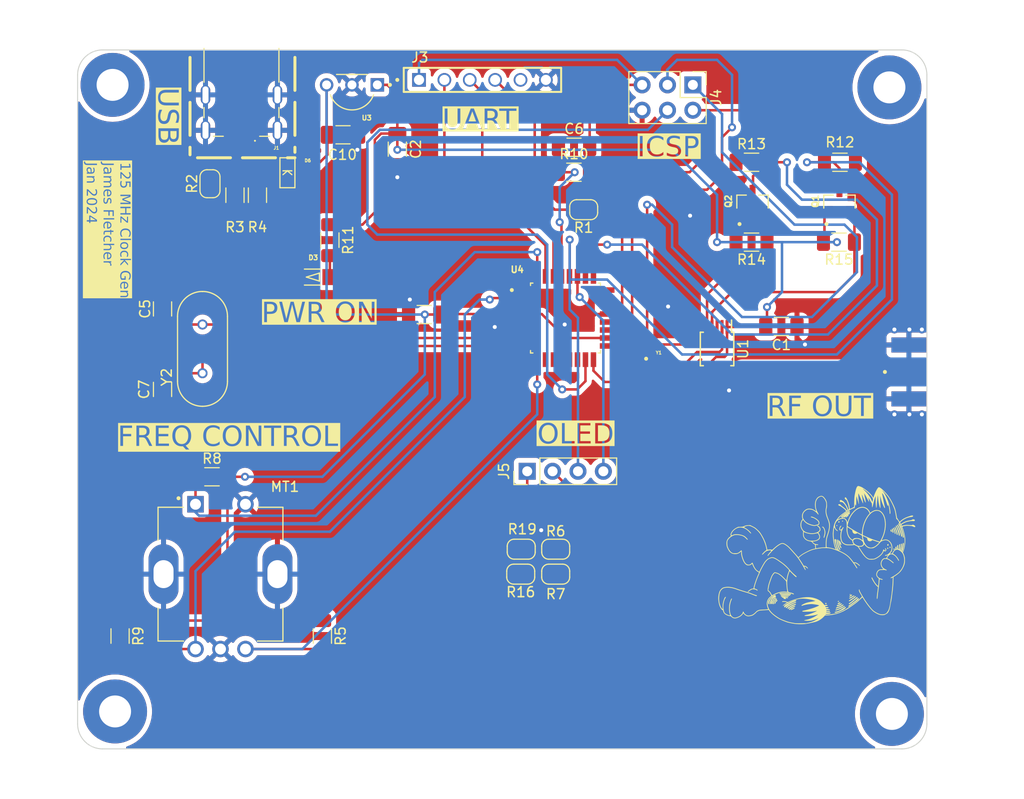
<source format=kicad_pcb>
(kicad_pcb (version 20221018) (generator pcbnew)
  (layers (0 "F.Cu" signal) (31 "B.Cu" signal) (34 "B.Paste" user) (35 "F.Paste" user) (36 "B.SilkS" user "B.Silkscreen") (37 "F.SilkS" user "F.Silkscreen") (38 "B.Mask" user) (39 "F.Mask" user) (44 "Edge.Cuts" user))
  (net 0 "")
  (net 1 "GND")
  (net 2 "VCC_3V3")
  (net 3 "USB_VBUS")
  (net 4 "Net-(U4-PB6)")
  (net 5 "Net-(U4-PC6{slash}~{RESET})")
  (net 6 "RST")
  (net 7 "Net-(U4-PB7)")
  (net 8 "Net-(D3-Pad2)")
  (net 11 "Net-(J1-ID)")
  (net 12 "/RF_OUT1")
  (net 13 "FT232_RXD")
  (net 14 "FT232_TXD")
  (net 15 "Net-(J3-Pad04)")
  (net 17 "MISO")
  (net 18 "SCK")
  (net 19 "MOSI")
  (net 20 "Net-(J5-Pin_1)")
  (net 21 "Net-(J5-Pin_2)")
  (net 22 "MCU_SCL")
  (net 23 "MCU_SDA")
  (net 24 "PD2")
  (net 25 "PD4")
  (net 26 "PD5")
  (net 27 "3V3_SCL")
  (net 28 "3V3_SDA")
  (net 29 "Net-(U1-XA)")
  (net 30 "Net-(U1-XB)")
  (footprint "MountingHole:MountingHole_3.2mm_M3_Pad" (layer "F.Cu") (at 181.5 121.5)
    (fp_text reference "REF**" hide)
    (fp_text value "MountingHole_3.2mm_M3_Pad")
  )
  (footprint "MyLibrary:TO92254P480H8703" (layer "F.Cu") (at 127.46 58.5 180)
    (fp_text reference "U3")
    (fp_text value "AP7381-50V-A")
  )
  (footprint "Resistor_SMD:R_1206_3216Metric_Pad1.30x1.75mm_HandSolder" (layer "F.Cu") (at 176.3 66.25 180)
    (fp_text reference "R12")
    (fp_text value "10K")
  )
  (footprint "Resistor_SMD:R_1206_3216Metric_Pad1.30x1.75mm_HandSolder" (layer "F.Cu") (at 124.5 113.7 -90)
    (fp_text reference "R5")
    (fp_text value "10K")
  )
  (footprint "MyLibrary:SOT95P240X111-3N" (layer "F.Cu") (at 167.55 70.19 90)
    (fp_text reference "Q2")
    (fp_text value "BSS138")
  )
  (footprint "MyLibrary:SOD-523" (layer "F.Cu") (at 121 67.3)
    (fp_text reference "D6")
    (fp_text value "ESD5Z6.0T1G")
  )
  (footprint "MyLibrary:SAMTEC_SSQ-106-01-T-S" (layer "F.Cu") (at 140.52 58)
    (fp_text reference "J3")
    (fp_text value "SSQ-106-01-T-S")
  )
  (footprint "Capacitor_SMD:C_1206_3216Metric_Pad1.33x1.80mm_HandSolder" (layer "F.Cu") (at 126.5625 63.5)
    (fp_text reference "C10")
    (fp_text value "1uF")
  )
  (footprint "Resistor_SMD:R_1206_3216Metric_Pad1.30x1.75mm_HandSolder" (layer "F.Cu") (at 167.45 66.25)
    (fp_text reference "R13")
    (fp_text value "10K")
  )
  (footprint "Resistor_SMD:R_1206_3216Metric_Pad1.30x1.75mm_HandSolder" (layer "F.Cu") (at 104.25 113.7 -90)
    (fp_text reference "R9")
    (fp_text value "10K")
  )
  (footprint "MountingHole:MountingHole_3.2mm_M3_Pad" (layer "F.Cu") (at 103.75 121.25)
    (fp_text reference "REF**" hide)
    (fp_text value "MountingHole_3.2mm_M3_Pad")
  )
  (footprint "Capacitor_SMD:C_1206_3216Metric_Pad1.33x1.80mm_HandSolder" (layer "F.Cu") (at 108.5 89 90)
    (fp_text reference "C7")
    (fp_text value "18pF")
  )
  (footprint "Connector_PinHeader_2.54mm:PinHeader_1x04_P2.54mm_Vertical" (layer "F.Cu") (at 145 97.2 90)
    (fp_text reference "J5")
    (fp_text value "Conn_01x04_Pin")
  )
  (footprint "MyLibrary:RFSOLUTIONS_CON-SMA-EDGE-S" (layer "F.Cu") (at 183.2 87.25 180)
    (fp_text reference "J2" hide)
    (fp_text value "CON-SMA-EDGE-S" hide)
  )
  (footprint "Jumper:SolderJumper-2_P1.3mm_Open_RoundedPad1.0x1.5mm" (layer "F.Cu") (at 150.65 71 180)
    (fp_text reference "R1")
    (fp_text value "0R Link")
  )
  (footprint "Package_SO:MSOP-10_3x3mm_P0.5mm" (layer "F.Cu") (at 164 84.95 -90)
    (fp_text reference "U1")
    (fp_text value "Si5351A-B-GT")
  )
  (footprint "MyLibrary:QFP80P900X900X120-32N" (layer "F.Cu") (at 148.83 81.85)
    (fp_text reference "U4")
    (fp_text value "ATMEGA328PB-AUR")
  )
  (footprint "Resistor_SMD:R_1206_3216Metric_Pad1.30x1.75mm_HandSolder" (layer "F.Cu") (at 113.45 97.75)
    (fp_text reference "R8")
    (fp_text value "10K")
  )
  (footprint "Resistor_SMD:R_1206_3216Metric_Pad1.30x1.75mm_HandSolder" (layer "F.Cu") (at 125.25 74.05 -90)
    (fp_text reference "R11")
    (fp_text value "1K")
  )
  (footprint "MyLibrary:garfs" (layer "F.Cu") (at 173.75 106)
    (fp_text reference "G***" hide)
    (fp_text value "LOGO" hide)
  )
  (footprint "MyLibrary:CUIDEVICES_UJ2-MIBH-4-SMT-TR" (layer "F.Cu") (at 116.4 57.75 180)
    (fp_text reference "J1")
    (fp_text value "UJ2-MIBH-4-SMT-TR")
  )
  (footprint "Resistor_SMD:R_1206_3216Metric_Pad1.30x1.75mm_HandSolder" (layer "F.Cu") (at 115.75 69.55 -90)
    (fp_text reference "R3")
    (fp_text value "10K")
  )
  (footprint "Resistor_SMD:R_1206_3216Metric_Pad1.30x1.75mm_HandSolder" (layer "F.Cu") (at 118 69.55 -90)
    (fp_text reference "R4")
    (fp_text value "10K")
  )
  (footprint "MountingHole:MountingHole_3.2mm_M3_Pad" (layer "F.Cu") (at 181.25 58.75)
    (fp_text reference "REF**" hide)
    (fp_text value "MountingHole_3.2mm_M3_Pad")
  )
  (footprint "MyLibrary:SOT95P240X111-3N" (layer "F.Cu") (at 176.25 70.19 90)
    (fp_text reference "Q1")
    (fp_text value "BSS138")
  )
  (footprint "MountingHole:MountingHole_3.2mm_M3_Pad" (layer "F.Cu") (at 103.5 58.5)
    (fp_text reference "REF**" hide)
    (fp_text value "MountingHole_3.2mm_M3_Pad")
  )
  (footprint "MyLibrary:XTAL_HC49P488W46L1150T500H350" (layer "F.Cu") (at 112.5 84.94 90)
    (fp_text reference "Y2")
    (fp_text value "ABL-16.000MHz-B4Y-T")
  )
  (footprint "MyLibrary:OSC_XRCGB25M000F2P00R0" (layer "F.Cu") (at 158.25 86.925)
    (fp_text reference "Y1")
    (fp_text value "XRCGB25M000F2P00R0")
  )
  (footprint "Jumper:SolderJumper-2_P1.3mm_Open_RoundedPad1.0x1.5mm" (layer "F.Cu") (at 144.35 107.5 180)
    (fp_text reference "R16")
    (fp_text value "0R Link")
  )
  (footprint "Capacitor_SMD:C_1206_3216Metric_Pad1.33x1.80mm_HandSolder" (layer "F.Cu") (at 170.4375 82.7 180)
    (fp_text reference "C1")
    (fp_text value "100n")
  )
  (footprint "MyLibrary:XDCR_PEC11R-4215F-S0024" (layer "F.Cu") (at 114.3 107.5)
    (fp_text reference "MT1")
    (fp_text value "PEC11R-4215F-S0024")
  )
  (footprint "Jumper:SolderJumper-2_P1.3mm_Open_RoundedPad1.0x1.5mm" (layer "F.Cu") (at 113.25 68.4 90)
    (fp_text reference "R2")
    (fp_text value "0R Link")
  )
  (footprint "Connector_PinHeader_2.54mm:PinHeader_2x03_P2.54mm_Vertical" (layer "F.Cu") (at 161.58 58.5 -90)
    (fp_text reference "J4")
    (fp_text value "1761681-1")
  )
  (footprint "Capacitor_SMD:C_1206_3216Metric_Pad1.33x1.80mm_HandSolder" (layer "F.Cu") (at 132 64.9375 -90)
    (fp_text reference "C2")
    (fp_text value "1uF")
  )
  (footprint "Resistor_SMD:R_1206_3216Metric_Pad1.30x1.75mm_HandSolder" (layer "F.Cu") (at 149.675 67.25)
    (fp_text reference "R10")
    (fp_text value "10K")
  )
  (footprint "Capacitor_SMD:C_1206_3216Metric_Pad1.33x1.80mm_HandSolder" (layer "F.Cu") (at 134.6875 81.5 180)
    (fp_text reference "C8" hide)
    (fp_text value "100n")
  )
  (footprint "MyLibrary:WL-SMRW-1206-RECT" (layer "F.Cu") (at 123.5 77.75)
    (fp_text reference "D3")
    (fp_text value "WL-SMRW Red Wurth")
  )
  (footprint "Jumper:SolderJumper-2_P1.3mm_Open_RoundedPad1.0x1.5mm" (layer "F.Cu") (at 147.85 105)
    (fp_text reference "R6")
    (fp_text value "0R Link")
  )
  (footprint "Resistor_SMD:R_1206_3216Metric_Pad1.30x1.75mm_HandSolder" (layer "F.Cu") (at 167.45 74.25)
    (fp_text reference "R14")
    (fp_text value "10K")
  )
  (footprint "Capacitor_SMD:C_1206_3216Metric_Pad1.33x1.80mm_HandSolder" (layer "F.Cu") (at 149.6875 64.75)
    (fp_text reference "C6")
    (fp_text value "100n")
  )
  (footprint "Resistor_SMD:R_1206_3216Metric_Pad1.30x1.75mm_HandSolder" (layer "F.Cu") (at 176.2 74.25)
    (fp_text reference "R15")
    (fp_text value "10K")
  )
  (footprint "Capacitor_SMD:C_1206_3216Metric_Pad1.33x1.80mm_HandSolder" (layer "F.Cu") (at 108.5 80.9375 -90)
    (fp_text reference "C5")
    (fp_text value "18pF")
  )
  (footprint "Jumper:SolderJumper-2_P1.3mm_Open_RoundedPad1.0x1.5mm" (layer "F.Cu") (at 147.85 107.5)
    (fp_text reference "R7")
    (fp_text value "0R Link")
  )
  (footprint "Jumper:SolderJumper-2_P1.3mm_Open_RoundedPad1.0x1.5mm" (layer "F.Cu") (at 144.4 105)
    (fp_text reference "R19")
    (fp_text value "0R Link")
  )
  (gr_line (start 121.75 55.75) (end 121.75 65.25) (stroke (width 0.3) (type dash)) (layer "F.SilkS"))
  (gr_line (start 111.25 55.75) (end 111.25 65.5) (stroke (width 0.3) (type dash)) (layer "F.SilkS"))
  (gr_line (start 112 65.8) (end 121.75 65.8) (stroke (width 0.3) (type dash)) (layer "F.SilkS"))
  (gr_line (start 102.5 125) (end 182.5 125) (stroke (width 0.1)) (layer "Edge.Cuts"))
  (gr_arc (start 100 57.5) (mid 100.732233 55.732233) (end 102.5 55) (stroke (width 0.1)) (layer "Edge.Cuts"))
  (gr_arc (start 185 122.5) (mid 184.267767 124.267767) (end 182.5 125) (stroke (width 0.1)) (layer "Edge.Cuts"))
  (gr_line (start 185 122.5) (end 185 57.5) (stroke (width 0.1)) (layer "Edge.Cuts"))
  (gr_line (start 182.5 55) (end 102.5 55) (stroke (width 0.1)) (layer "Edge.Cuts"))
  (gr_arc (start 102.5 125) (mid 100.732233 124.267767) (end 100 122.5) (stroke (width 0.1)) (layer "Edge.Cuts"))
  (gr_line (start 100 57.5) (end 100 122.5) (stroke (width 0.1)) (layer "Edge.Cuts"))
  (gr_arc (start 182.5 55) (mid 184.267767 55.732233) (end 185 57.5) (stroke (width 0.1)) (layer "Edge.Cuts"))
  (gr_text "125 MHz Clock Gen\nJames Fletcher\nJan 2024" (at 100.75 66.25 270) (layer "F.SilkS" knockout) (effects (font (size 1 1)) (justify left bottom)))
  (gr_text "PWR ON" (at 118.4 82.6) (layer "F.SilkS" knockout) (effects (font (size 2 2)) (justify left bottom)))
  (gr_text "OLED" (at 146 94.75) (layer "F.SilkS" knockout) (effects (font (size 2 2)) (justify left bottom)))
  (gr_text "UART" (at 136.5 63.25) (layer "F.SilkS" knockout) (effects (font (size 2 2)) (justify left bottom)))
  (gr_text "USB " (at 107.75 58.75 -90) (layer "F.SilkS" knockout) (effects (font (size 2 2)) (justify left bottom)))
  (gr_text "FREQ CONTROL" (at 104 95) (layer "F.SilkS" knockout) (effects (font (size 2 2)) (justify left bottom)))
  (gr_text "ICSP" (at 156 66) (layer "F.SilkS" knockout) (effects (font (size 2 2)) (justify left bottom)))
  (gr_text "RF OUT" (at 169 92) (layer "F.SilkS" knockout) (effects (font (size 2 2)) (justify left bottom)))
  (segment (start 172 83.7) (end 172.8 84.5) (width 0.25) (layer "F.Cu") (net 1))
  (segment (start 142.25 82.25) (end 141.75 82.75) (width 0.25) (layer "F.Cu") (net 1))
  (segment (start 164.6 89.1) (end 164 88.5) (width 0.25) (layer "F.Cu") (net 1))
  (segment (start 165.2 89.1) (end 164.6 89.1) (width 0.25) (layer "F.Cu") (net 1))
  (segment (start 153 81.45) (end 149.8 81.45) (width 0.25) (layer "F.Cu") (net 1))
  (segment (start 149.8 81.45) (end 148.75 82.5) (width 0.25) (layer "F.Cu") (net 1))
  (segment (start 164 88.5) (end 164 87.15) (width 0.25) (layer "F.Cu") (net 1))
  (segment (start 172 82.7) (end 172 83.7) (width 0.25) (layer "F.Cu") (net 1))
  (segment (start 144.66 82.25) (end 142.25 82.25) (width 0.25) (layer "F.Cu") (net 1))
  (via (at 159.1 80.7) (size 0.8) (drill 0.4) (layers "F.Cu" "B.Cu") (net 1))
  (via (at 184.5 83) (size 0.8) (drill 0.4) (layers "F.Cu" "B.Cu") (net 1))
  (via (at 128 65) (size 0.8) (drill 0.4) (layers "F.Cu" "B.Cu") (net 1))
  (via (at 146.4 103.1) (size 0.8) (drill 0.4) (layers "F.Cu" "B.Cu") (net 1))
  (via (at 172.8 84.5) (size 0.8) (drill 0.4) (layers "F.Cu" "B.Cu") (net 1))
  (via (at 181.75 91.5) (size 0.8) (drill 0.4) (layers "F.Cu" "B.Cu") (net 1))
  (via (at 141.75 82.75) (size 0.8) (drill 0.4) (layers "F.Cu" "B.Cu") (net 1))
  (via (at 183.25 83) (size 0.8) (drill 0.4) (layers "F.Cu" "B.Cu") (net 1))
  (via (at 165.2 89.1) (size 0.8) (drill 0.4) (layers "F.Cu" "B.Cu") (net 1))
  (via (at 184.5 91.5) (size 0.8) (drill 0.4) (layers "F.Cu" "B.Cu") (net 1))
  (via (at 133.25 80) (size 0.8) (drill 0.4) (layers "F.Cu" "B.Cu") (net 1))
  (via (at 148.75 82.5) (size 0.8) (drill 0.4) (layers "F.Cu" "B.Cu") (net 1))
  (via (at 132 67.75) (size 0.8) (drill 0.4) (layers "F.Cu" "B.Cu") (net 1))
  (via (at 183.25 91.5) (size 0.8) (drill 0.4) (layers "F.Cu" "B.Cu") (net 1))
  (via (at 161.3 71.6) (size 0.8) (drill 0.4) (layers "F.Cu" "B.Cu") (net 1))
  (via (at 181.75 83) (size 0.8) (drill 0.4) (layers "F.Cu" "B.Cu") (net 1))
  (segment (start 163.9 85.75) (end 164.75 85.75) (width 0.25) (layer "F.Cu") (net 2))
  (segment (start 165 85.5) (end 165 82.75) (width 0.25) (layer "F.Cu") (net 2))
  (segment (start 130.375 63.375) (end 129.75 64) (width 0.25) (layer "F.Cu") (net 2))
  (segment (start 164 74.25) (end 165.9 74.25) (width 0.25) (layer "F.Cu") (net 2))
  (segment (start 132 63.375) (end 130.375 63.375) (width 0.25) (layer "F.Cu") (net 2))
  (segment (start 168.825 82.75) (end 165 82.75) (width 0.25) (layer "F.Cu") (net 2))
  (segment (start 132 59.5) (end 132 63.375) (width 0.25) (layer "F.Cu") (net 2))
  (segment (start 163.5 87.15) (end 163.5 86.15) (width 0.25) (layer "F.Cu") (net 2))
  (segment (start 147.2 108.7) (end 147.2 107.5) (width 0.25) (layer "F.Cu") (net 2))
  (segment (start 164.75 85.75) (end 165 85.5) (width 0.25) (layer "F.Cu") (net 2))
  (segment (start 163.5 87.15) (end 163.5 88.3) (width 0.25) (layer "F.Cu") (net 2))
  (segment (start 166.6 71.25) (end 166 71.85) (width 0.25) (layer "F.Cu") (net 2))
  (segment (start 175.3 71.25) (end 174.75 71.8) (width 0.25) (layer "F.Cu") (net 2))
  (segment (start 163.5 88.3) (end 162.4 89.4) (width 0.25) (layer "F.Cu") (net 2))
  (segment (start 166 74.15) (end 165.9 74.25) (width 0.25) (layer "F.Cu") (net 2))
  (segment (start 148.5 110) (end 147.2 108.7) (width 0.25) (layer "F.Cu") (net 2))
  (segment (start 169 80.75) (end 169 82.575) (width 0.25) (layer "F.Cu") (net 2))
  (segment (start 174.65 74.25) (end 176 74.25) (width 0.25) (layer "F.Cu") (net 2))
  (segment (start 129.75 71.25) (end 128.5 72.5) (width 0.25) (layer "F.Cu") (net 2))
  (segment (start 159.75 110) (end 148.5 110) (width 0.25) (layer "F.Cu") (net 2))
  (segment (start 169 82.575) (end 168.875 82.7) (width 0.25) (layer "F.Cu") (net 2))
  (segment (start 145 107.5) (end 147.2 107.5) (width 0.25) (layer "F.Cu") (net 2))
  (segment (start 131 58.5) (end 132 59.5) (width 0.25) (layer "F.Cu") (net 2))
  (segment (start 132 63.375) (end 132 65) (width 0.25) (layer "F.Cu") (net 2))
  (segment (start 163.5 86.15) (end 163.9 85.75) (width 0.25) (layer "F.Cu") (net 2))
  (segment (start 174.75 71.8) (end 174.75 74.15) (width 0.25) (layer "F.Cu") (net 2))
  (segment (start 174.75 74.15) (end 174.65 74.25) (width 0.25) (layer "F.Cu") (net 2))
  (segment (start 162.4 107.35) (end 159.75 110) (width 0.25) (layer "F.Cu") (net 2))
  (segment (start 130 58.5) (end 131 58.5) (width 0.25) (layer "F.Cu") (net 2))
  (segment (start 162.4 89.4) (end 162.4 107.35) (width 0.25) (layer "F.Cu") (net 2))
  (segment (start 168.875 82.7) (end 168.825 82.75) (width 0.25) (layer "F.Cu") (net 2))
  (segment (start 166 71.85) (end 166 74.15) (width 0.25) (layer "F.Cu") (net 2))
  (segment (start 128.5 72.5) (end 125.25 72.5) (width 0.25) (layer "F.Cu") (net 2))
  (segment (start 129.75 64) (end 129.75 71.25) (width 0.25) (layer "F.Cu") (net 2))
  (via (at 164 74.25) (size 0.8) (drill 0.4) (layers "F.Cu" "B.Cu") (net 2))
  (via (at 132 65) (size 0.8) (drill 0.4) (layers "F.Cu" "B.Cu") (net 2))
  (via (at 176 74.25) (size 0.8) (drill 0.4) (layers "F.Cu" "B.Cu") (net 2))
  (via (at 169 80.75) (size 0.8) (drill 0.4) (layers "F.Cu" "B.Cu") (net 2))
  (segment (start 169 80.75) (end 170.5 79.25) (width 0.25) (layer "B.Cu") (net 2))
  (segment (start 159.5 65) (end 164 69.5) (width 0.25) (layer "B.Cu") (net 2))
  (segment (start 176 74.25) (end 168.25 74.25) (width 0.25) (layer "B.Cu") (net 2))
  (segment (start 132 65) (end 159.5 65) (width 0.25) (layer "B.Cu") (net 2))
  (segment (start 170.5 74.25) (end 168.25 74.25) (width 0.25) (layer "B.Cu") (net 2))
  (segment (start 168.25 74.25) (end 164 74.25) (width 0.25) (layer "B.Cu") (net 2))
  (segment (start 164 69.5) (end 164 74.25) (width 0.25) (layer "B.Cu") (net 2))
  (segment (start 170.5 79.25) (end 170.5 74.25) (width 0.25) (layer "B.Cu") (net 2))
  (segment (start 154.5 83.5) (end 154.5 73) (width 0.25) (layer "F.Cu") (net 3))
  (segment (start 125 65.5) (end 125 63.5) (width 0.25) (layer "F.Cu") (net 3))
  (segment (start 165.9 64.35) (end 165.9 66.25) (width 0.25) (layer "F.Cu") (net 3))
  (segment (start 161.25 67.25) (end 163 65.5) (width 0.25) (layer "F.Cu") (net 3))
  (segment (start 172 61.25) (end 171.79 61.04) (width 0.25) (layer "F.Cu") (net 3))
  (segment (start 125 63.5) (end 124.92 63.42) (width 0.25) (layer "F.Cu") (net 3))
  (segment (start 163 65.5) (end 163 61.04) (width 0.25) (layer "F.Cu") (net 3))
  (segment (start 176.75 63.25) (end 172 63.25) (width 0.25) (layer "F.Cu") (net 3))
  (segment (start 151.3 67.325) (end 151.225 67.25) (width 0.25) (layer "F.Cu") (net 3))
  (segment (start 117.7 65.2) (end 119 66.5) (width 0.25) (layer "F.Cu") (net 3))
  (segment (start 171.79 61.04) (end 163 61.04) (width 0.25) (layer "F.Cu") (net 3))
  (segment (start 153 83.85) (end 154.15 83.85) (width 0.25) (layer "F.Cu") (net 3))
  (segment (start 115 112.15) (end 124.5 112.15) (width 0.25) (layer "F.Cu") (net 3))
  (segment (start 144.66 81.45) (end 136.3 81.45) (width 0.25) (layer "F.Cu") (net 3))
  (segment (start 124.92 63.42) (end 124.92 58.5) (width 0.25) (layer "F.Cu") (net 3))
  (segment (start 146.45 81.45) (end 144.66 81.45) (width 0.25) (layer "F.Cu") (net 3))
  (segment (start 115 97.75) (end 116.75 97.75) (width 0.25) (layer "F.Cu") (net 3))
  (segment (start 117.7 62.7) (end 117.7 65.2) (width 0.25) (layer "F.Cu") (net 3))
  (segment (start 172 63.25) (end 172 61.25) (width 0.25) (layer "F.Cu") (net 3))
  (segment (start 172 63.25) (end 167 63.25) (width 0.25) (layer "F.Cu") (net 3))
  (segment (start 119 66.5) (end 121 66.5) (width 0.25) (layer "F.Cu") (net 3))
  (segment (start 121 66.5) (end 124 66.5) (width 0.25) (layer "F.Cu") (net 3))
  (segment (start 154.5 73) (end 152.5 71) (width 0.25) (layer "F.Cu") (net 3))
  (segment (start 134.75 81.5) (end 136.25 81.5) (width 0.25) (layer "F.Cu") (net 3))
  (segment (start 151.225 67.25) (end 161.25 67.25) (width 0.25) (layer "F.Cu") (net 3))
  (segment (start 177.85 66.25) (end 177.85 64.35) (width 0.25) (layer "F.Cu") (net 3))
  (segment (start 104.25 112.15) (end 115 112.15) (width 0.25) (layer "F.Cu") (net 3))
  (segment (start 136.3 81.45) (end 136.25 81.5) (width 0.25) (layer "F.Cu") (net 3))
  (segment (start 167 63.25) (end 165.9 64.35) (width 0.25) (layer "F.Cu") (net 3))
  (segment (start 124 66.5) (end 125 65.5) (width 0.25) (layer "F.Cu") (net 3))
  (segment (start 115 97.75) (end 115 112.15) (width 0.25) (layer "F.Cu") (net 3))
  (segment (start 148.85 83.85) (end 146.45 81.45) (width 0.25) (layer "F.Cu") (net 3))
  (segment (start 154.15 83.85) (end 154.5 83.5) (width 0.25) (layer "F.Cu") (net 3))
  (segment (start 177.85 64.35) (end 176.75 63.25) (width 0.25) (layer "F.Cu") (net 3))
  (segment (start 163 61.04) (end 161.58 61.04) (width 0.25) (layer "F.Cu") (net 3))
  (segment (start 153 83.85) (end 148.85 83.85) (width 0.25) (layer "F.Cu") (net 3))
  (segment (start 151.3 71) (end 151.3 67.325) (width 0.25) (layer "F.Cu") (net 3))
  (segment (start 152.5 71) (end 151.3 71) (width 0.25) (layer "F.Cu") (net 3))
  (via (at 116.75 97.75) (size 0.8) (drill 0.4) (layers "F.Cu" "B.Cu") (net 3))
  (via (at 134.75 81.5) (size 0.8) (drill 0.4) (layers "F.Cu" "B.Cu") (net 3))
  (segment (start 124.92 80.67) (end 125.75 81.5) (width 0.25) (layer "B.Cu") (net 3))
  (segment (start 125.75 81.5) (end 134.75 81.5) (width 0.25) (layer "B.Cu") (net 3))
  (segment (start 134.75 87.5) (end 124.5 97.75) (width 0.25) (layer "B.Cu") (net 3))
  (segment (start 134.75 81.5) (end 134.75 87.5) (width 0.25) (layer "B.Cu") (net 3))
  (segment (start 124.92 58.5) (end 124.92 80.67) (width 0.25) (layer "B.Cu") (net 3))
  (segment (start 124.5 97.75) (end 116.75 97.75) (width 0.25) (layer "B.Cu") (net 3))
  (segment (start 112.5 82.5) (end 108.5 82.5) (width 0.25) (layer "F.Cu") (net 4))
  (segment (start 117 82.5) (end 118.35 83.85) (width 0.25) (layer "F.Cu") (net 4))
  (segment (start 118.35 83.85) (end 144.66 83.85) (width 0.25) (layer "F.Cu") (net 4))
  (segment (start 112.5 82.5) (end 117 82.5) (width 0.25) (layer "F.Cu") (net 4))
  (segment (start 148.25 72.25) (end 148.43 72.43) (width 0.25) (layer "F.Cu") (net 5))
  (segment (start 148.125 67.25) (end 149.75 67.25) (width 0.25) (layer "F.Cu") (net 5))
  (segment (start 148.43 72.43) (end 148.43 77.68) (width 0.25) (layer "F.Cu") (net 5))
  (segment (start 148.125 67.25) (end 148.125 64.75) (width 0.25) (layer "F.Cu") (net 5))
  (via (at 149.75 67.25) (size 0.8) (drill 0.4) (layers "F.Cu" "B.Cu") (net 5))
  (via (at 148.25 72.25) (size 0.8) (drill 0.4) (layers "F.Cu" "B.Cu") (net 5))
  (segment (start 148.25 68.75) (end 149.75 67.25) (width 0.25) (layer "B.Cu") (net 5))
  (segment (start 148.25 72.25) (end 148.25 68.75) (width 0.25) (layer "B.Cu") (net 5))
  (segment (start 151.25 59.5) (end 151.25 64.75) (width 0.25) (layer "F.Cu") (net 6))
  (segment (start 156.5 58.5) (end 152.25 58.5) (width 0.25) (layer "F.Cu") (net 6))
  (segment (start 152.25 58.5) (end 151.25 59.5) (width 0.25) (layer "F.Cu") (net 6))
  (segment (start 134.17 58) (end 134.17 56.33) (width 0.25) (layer "B.Cu") (net 6))
  (segment (start 134.17 56.33) (end 134.5 56) (width 0.25) (layer "B.Cu") (net 6))
  (segment (start 154 56) (end 156.5 58.5) (width 0.25) (layer "B.Cu") (net 6))
  (segment (start 134.5 56) (end 154 56) (width 0.25) (layer "B.Cu") (net 6))
  (segment (start 108.5575 87.38) (end 108.5 87.4375) (width 0.25) (layer "F.Cu") (net 7))
  (segment (start 117.25 85.75) (end 118.35 84.65) (width 0.25) (layer "F.Cu") (net 7))
  (segment (start 112.5 86.25) (end 113 85.75) (width 0.25) (layer "F.Cu") (net 7))
  (segment (start 112.5 87.38) (end 112.5 86.25) (width 0.25) (layer "F.Cu") (net 7))
  (segment (start 112.5 87.38) (end 108.5575 87.38) (width 0.25) (layer "F.Cu") (net 7))
  (segment (start 118.35 84.65) (end 144.66 84.65) (width 0.25) (layer "F.Cu") (net 7))
  (segment (start 113 85.75) (end 117.25 85.75) (width 0.25) (layer "F.Cu") (net 7))
  (segment (start 125.25 77.75) (end 125.25 75.6) (width 0.25) (layer "F.Cu") (net 8))
  (segment (start 115.5 67.75) (end 115.75 68) (width 0.25) (layer "F.Cu") (net 11))
  (segment (start 118 68) (end 115.75 68) (width 0.25) (layer "F.Cu") (net 11))
  (segment (start 115.75 62.7) (end 115.75 68) (width 0.25) (layer "F.Cu") (net 11))
  (segment (start 113.25 67.75) (end 115.5 67.75) (width 0.25) (layer "F.Cu") (net 11))
  (segment (start 165 87.15) (end 166.45 87.15) (width 0.25) (layer "F.Cu") (net 12))
  (segment (start 166.45 87.15) (end 166.55 87.25) (width 0.25) (layer "F.Cu") (net 12))
  (segment (start 183.25 87.25) (end 166.55 87.25) (width 1.5) (layer "F.Cu") (net 12))
  (segment (start 146.83 74.58) (end 139.5 67.25) (width 0.25) (layer "F.Cu") (net 13))
  (segment (start 138 67.25) (end 136.71 65.96) (width 0.25) (layer "F.Cu") (net 13))
  (segment (start 136.71 65.96) (end 136.71 58) (width 0.25) (layer "F.Cu") (net 13))
  (segment (start 139.5 67.25) (end 138 67.25) (width 0.25) (layer "F.Cu") (net 13))
  (segment (start 146.83 77.68) (end 146.83 74.58) (width 0.25) (layer "F.Cu") (net 13))
  (segment (start 140.5 59.25) (end 140.5 66.75) (width 0.25) (layer "F.Cu") (net 14))
  (segment (start 140.5 66.75) (end 147.63 73.88) (width 0.25) (layer "F.Cu") (net 14))
  (segment (start 147.63 73.88) (end 147.63 77.68) (width 0.25) (layer "F.Cu") (net 14))
  (segment (start 139.25 58) (end 140.5 59.25) (width 0.25) (layer "F.Cu") (net 14))
  (segment (start 145.75 60.75) (end 144.5 59.5) (width 0.25) (layer "F.Cu") (net 15))
  (segment (start 143.29 59.5) (end 141.79 58) (width 0.25) (layer "F.Cu") (net 15))
  (segment (start 147.75 71) (end 145.75 69) (width 0.25) (layer "F.Cu") (net 15))
  (segment (start 150 71) (end 147.75 71) (width 0.25) (layer "F.Cu") (net 15))
  (segment (start 144.5 59.5) (end 143.29 59.5) (width 0.25) (layer "F.Cu") (net 15))
  (segment (start 145.75 69) (end 145.75 60.75) (width 0.25) (layer "F.Cu") (net 15))
  (segment (start 152.75 88.25) (end 155 88.25) (width 0.25) (layer "F.Cu") (net 17))
  (segment (start 151.63 86.02) (end 151.63 87.13) (width 0.25) (layer "F.Cu") (net 17))
  (segment (start 155.75 85.75) (end 157 84.5) (width 0.25) (layer "F.Cu") (net 17))
  (segment (start 151.63 87.13) (end 152.75 88.25) (width 0.25) (layer "F.Cu") (net 17))
  (segment (start 155 88.25) (end 155.75 87.5) (width 0.25) (layer "F.Cu") (net 17))
  (segment (start 157 84.5) (end 157 70.5) (width 0.25) (layer "F.Cu") (net 17))
  (segment (start 155.75 87.5) (end 155.75 85.75) (width 0.25) (layer "F.Cu") (net 17))
  (via (at 157 70.5) (size 0.8) (drill 0.4) (layers "F.Cu" "B.Cu") (net 17))
  (segment (start 173.5 81.75) (end 166.5 81.75) (width 0.25) (layer "B.Cu") (net 17))
  (segment (start 176.75 72.5) (end 178 73.75) (width 0.25) (layer "B.Cu") (net 17))
  (segment (start 159.5 72.5) (end 157.5 70.5) (width 0.25) (layer "B.Cu") (net 17))
  (segment (start 178 73.75) (end 178 77.25) (width 0.25) (layer "B.Cu") (net 17))
  (segment (start 171.75 72.5) (end 176.75 72.5) (width 0.25) (layer "B.Cu") (net 17))
  (segment (start 164.5 65.25) (end 171.75 72.5) (width 0.25) (layer "B.Cu") (net 17))
  (segment (start 157.5 70.5) (end 157 70.5) (width 0.25) (layer "B.Cu") (net 17))
  (segment (start 161.58 58.5) (end 164.5 61.42) (width 0.25) (layer "B.Cu") (net 17))
  (segment (start 178 77.25) (end 173.5 81.75) (width 0.25) (layer "B.Cu") (net 17))
  (segment (start 166.5 81.75) (end 159.5 74.75) (width 0.25) (layer "B.Cu") (net 17))
  (segment (start 164.5 61.42) (end 164.5 65.25) (width 0.25) (layer "B.Cu") (net 17))
  (segment (start 159.5 74.75) (end 159.5 72.5) (width 0.25) (layer "B.Cu") (net 17))
  (segment (start 154.85 84.65) (end 153 84.65) (width 0.25) (layer "F.Cu") (net 18))
  (segment (start 165.5 62.75) (end 164.5 63.75) (width 0.25) (layer "F.Cu") (net 18))
  (segment (start 164.5 67.5) (end 163 69) (width 0.25) (layer "F.Cu") (net 18))
  (segment (start 155.5 70.5) (end 155.5 84) (width 0.25) (layer "F.Cu") (net 18))
  (segment (start 163 69) (end 157 69) (width 0.25) (layer "F.Cu") (net 18))
  (segment (start 164.5 63.75) (end 164.5 67.5) (width 0.25) (layer "F.Cu") (net 18))
  (segment (start 157 69) (end 155.5 70.5) (width 0.25) (layer "F.Cu") (net 18))
  (segment (start 155.5 84) (end 154.85 84.65) (width 0.25) (layer "F.Cu") (net 18))
  (via (at 165.5 62.75) (size 0.8) (drill 0.4) (layers "F.Cu" "B.Cu") (net 18))
  (segment (start 165.5 57.5) (end 164 56) (width 0.25) (layer "B.Cu") (net 18))
  (segment (start 165.5 62.75) (end 165.5 57.5) (width 0.25) (layer "B.Cu") (net 18))
  (segment (start 164 56) (end 160 56) (width 0.25) (layer "B.Cu") (net 18))
  (segment (start 159 57) (end 159.04 57.04) (width 0.25) (layer "B.Cu") (net 18))
  (segment (start 160 56) (end 159 57) (width 0.25) (layer "B.Cu") (net 18))
  (segment (start 159.04 57.04) (end 159.04 58.5) (width 0.25) (layer "B.Cu") (net 18))
  (segment (start 148.5 89) (end 150 89) (width 0.25) (layer "F.Cu") (net 19))
  (segment (start 150 89) (end 150.83 88.17) (width 0.25) (layer "F.Cu") (net 19))
  (segment (start 150.83 88.17) (end 150.83 86.02) (width 0.25) (layer "F.Cu") (net 19))
  (via (at 148.5 89) (size 0.8) (drill 0.4) (layers "F.Cu" "B.Cu") (net 19))
  (segment (start 130.25 63) (end 129 64.25) (width 0.25) (layer "B.Cu") (net 19))
  (segment (start 157.08 63) (end 130.25 63) (width 0.25) (layer "B.Cu") (net 19))
  (segment (start 129 72.5) (end 130 73.5) (width 0.25) (layer "B.Cu") (net 19))
  (segment (start 130 73.5) (end 146 73.5) (width 0.25) (layer "B.Cu") (net 19))
  (segment (start 159.04 61.04) (end 157.08 63) (width 0.25) (layer "B.Cu") (net 19))
  (segment (start 146 73.5) (end 147 74.5) (width 0.25) (layer "B.Cu") (net 19))
  (segment (start 129 64.25) (end 129 72.5) (width 0.25) (layer "B.Cu") (net 19))
  (segment (start 147 87.5) (end 148.5 89) (width 0.25) (layer "B.Cu") (net 19))
  (segment (start 147 74.5) (end 147 87.5) (width 0.25) (layer "B.Cu") (net 19))
  (segment (start 143.7 107.5) (end 143.7 105.05) (width 0.25) (layer "F.Cu") (net 20))
  (segment (start 145 102.5) (end 145 97.2) (width 0.25) (layer "F.Cu") (net 20))
  (segment (start 143.7 105.05) (end 143.75 105) (width 0.25) (layer "F.Cu") (net 20))
  (segment (start 143.75 103.75) (end 145 102.5) (width 0.25) (layer "F.Cu") (net 20))
  (segment (start 143.75 105) (end 143.75 103.75) (width 0.25) (layer "F.Cu") (net 20))
  (segment (start 148.5 98.16) (end 147.54 97.2) (width 0.25) (layer "F.Cu") (net 21))
  (segment (start 148.5 105) (end 148.5 98.16) (width 0.25) (layer "F.Cu") (net 21))
  (segment (start 148.5 107.5) (end 148.5 105) (width 0.25) (layer "F.Cu") (net 21))
  (segment (start 149.25 77.66) (end 149.23 77.68) (width 0.25) (layer "F.Cu") (net 22))
  (segment (start 176.25 66.85) (end 176.25 69.13) (width 0.25) (layer "F.Cu") (net 22))
  (segment (start 175.65 66.25) (end 176.25 66.85) (width 0.25) (layer "F.Cu") (net 22))
  (segment (start 174.75 66.25) (end 175.65 66.25) (width 0.25) (layer "F.Cu") (net 22))
  (segment (start 174.75 66.25) (end 173 66.25) (width 0.25) (layer "F.Cu") (net 22))
  (segment (start 149.25 74) (end 149.25 77.66) (width 0.25) (layer "F.Cu") (net 22))
  (via (at 173 66.25) (size 0.8) (drill 0.4) (layers "F.Cu" "B.Cu") (net 22))
  (via (at 149.25 74) (size 0.8) (drill 0.4) (layers "F.Cu" "B.Cu") (net 22))
  (segment (start 149.25 78) (end 149.25 81) (width 0.25) (layer "B.Cu") (net 22))
  (segment (start 149.25 74) (end 149.25 78) (width 0.25) (layer "B.Cu") (net 22))
  (segment (start 150.08 81.83) (end 150.08 97.2) (width 0.25) (layer "B.Cu") (net 22))
  (segment (start 181.5 69.5) (end 181.5 80) (width 0.25) (layer "B.Cu") (net 22))
  (segment (start 149.25 81) (end 150.08 81.83) (width 0.25) (layer "B.Cu") (net 22))
  (segment (start 160.5 85.5) (end 153 78) (width 0.25) (layer "B.Cu") (net 22))
  (segment (start 178.25 66.25) (end 181.5 69.5) (width 0.25) (layer "B.Cu") (net 22))
  (segment (start 153 78) (end 149.25 78) (width 0.25) (layer "B.Cu") (net 22))
  (segment (start 181.5 80) (end 176 85.5) (width 0.25) (layer "B.Cu") (net 22))
  (segment (start 176 85.5) (end 160.5 85.5) (width 0.25) (layer "B.Cu") (net 22))
  (segment (start 173 66.25) (end 178.25 66.25) (width 0.25) (layer "B.Cu") (net 22))
  (segment (start 167.6 69.08) (end 167.55 69.13) (width 0.25) (layer "F.Cu") (net 23))
  (segment (start 150.03 79.53) (end 150.25 79.75) (width 0.25) (layer "F.Cu") (net 23))
  (segment (start 150.03 77.68) (end 150.03 75.97) (width 0.25) (layer "F.Cu") (net 23))
  (segment (start 171 66.25) (end 169 66.25) (width 0.25) (layer "F.Cu") (net 23))
  (segment (start 151.5 74.5) (end 153 74.5) (width 0.25) (layer "F.Cu") (net 23))
  (segment (start 150.03 77.68) (end 150.03 79.53) (width 0.25) (layer "F.Cu") (net 23))
  (segment (start 150.03 75.97) (end 151.5 74.5) (width 0.25) (layer "F.Cu") (net 23))
  (segment (start 167.6 67.65) (end 167.6 69.08) (width 0.25) (layer "F.Cu") (net 23))
  (segment (start 169 66.25) (end 167.6 67.65) (width 0.25) (layer "F.Cu") (net 23))
  (via (at 150.25 79.75) (size 0.8) (drill 0.4) (layers "F.Cu" "B.Cu") (net 23))
  (via (at 171 66.25) (size 0.8) (drill 0.4) (layers "F.Cu" "B.Cu") (net 23))
  (via (at 153 74.5) (size 0.8) (drill 0.4) (layers "F.Cu" "B.Cu") (net 23))
  (segment (start 172.5 70) (end 178 70) (width 0.25) (layer "B.Cu") (net 23))
  (segment (start 175.1 83.5) (end 165.5 83.5) (width 0.25) (layer "B.Cu") (net 23))
  (segment (start 165.5 83.5) (end 156.5 74.5) (width 0.25) (layer "B.Cu") (net 23))
  (segment (start 152.62 82.12) (end 150.25 79.75) (width 0.25) (layer "B.Cu") (net 23))
  (segment (start 171 66.25) (end 171 68.5) (width 0.25) (layer "B.Cu") (net 23))
  (segment (start 152.62 97.2) (end 152.62 82.12) (width 0.25) (layer "B.Cu") (net 23))
  (segment (start 171 68.5) (end 172.5 70) (width 0.25) (layer "B.Cu") (net 23))
  (segment (start 180 72) (end 180 78.6) (width 0.25) (layer "B.Cu") (net 23))
  (segment (start 178 70) (end 180 72) (width 0.25) (layer "B.Cu") (net 23))
  (segment (start 156.5 74.5) (end 153 74.5) (width 0.25) (layer "B.Cu") (net 23))
  (segment (start 180 78.6) (end 175.1 83.5) (width 0.25) (layer "B.Cu") (net 23))
  (segment (start 111.8 97.85) (end 111.9 97.75) (width 0.25) (layer "F.Cu") (net 24))
  (segment (start 146 75.25) (end 146 77.65) (width 0.25) (layer "F.Cu") (net 24))
  (segment (start 146 77.65) (end 146.03 77.68) (width 0.25) (layer "F.Cu") (net 24))
  (segment (start 111.8 100.5) (end 111.8 97.85) (width 0.25) (layer "F.Cu") (net 24))
  (via (at 146 75.25) (size 0.8) (drill 0.4) (layers "F.Cu" "B.Cu") (net 24))
  (segment (start 123.85 101.65) (end 135.75 89.75) (width 0.25) (layer "B.Cu") (net 24))
  (segment (start 111.8 100.5) (end 111.8 101.3) (width 0.25) (layer "B.Cu") (net 24))
  (segment (start 111.8 101.3) (end 112.15 101.65) (width 0.25) (layer "B.Cu") (net 24))
  (segment (start 135.75 89.75) (end 135.75 79.25) (width 0.25) (layer "B.Cu") (net 24))
  (segment (start 139.75 75.25) (end 146 75.25) (width 0.25) (layer "B.Cu") (net 24))
  (segment (start 135.75 79.25) (end 139.75 75.25) (width 0.25) (layer "B.Cu") (net 24))
  (segment (start 112.15 101.65) (end 123.85 101.65) (width 0.25) (layer "B.Cu") (net 24))
  (segment (start 104.5 115) (end 111.8 115) (width 0.25) (layer "F.Cu") (net 25))
  (segment (start 144.66 79.85) (end 141.4 79.85) (width 0.25) (layer "F.Cu") (net 25))
  (segment (start 141.4 79.85) (end 141.25 80) (width 0.25) (layer "F.Cu") (net 25))
  (segment (start 104.25 115.25) (end 104.5 115) (width 0.25) (layer "F.Cu") (net 25))
  (via (at 141.25 80) (size 0.8) (drill 0.4) (layers "F.Cu" "B.Cu") (net 25))
  (segment (start 140.25 80) (end 141.25 80) (width 0.25) (layer "B.Cu") (net 25))
  (segment (start 111.8 115) (end 111.8 107.2) (width 0.25) (layer "B.Cu") (net 25))
  (segment (start 111.8 107.2) (end 115.75 103.25) (width 0.25) (layer "B.Cu") (net 25))
  (segment (start 138.75 89.75) (end 138.75 81.5) (width 0.25) (layer "B.Cu") (net 25))
  (segment (start 138.75 81.5) (end 140.25 80) (width 0.25) (layer "B.Cu") (net 25))
  (segment (start 125.25 103.25) (end 138.75 89.75) (width 0.25) (layer "B.Cu") (net 25))
  (segment (start 115.75 103.25) (end 125.25 103.25) (width 0.25) (layer "B.Cu") (net 25))
  (segment (start 124.25 115) (end 124.5 115.25) (width 0.25) (layer "F.Cu") (net 26))
  (segment (start 146 88.5) (end 146 86.05) (width 0.25) (layer "F.Cu") (net 26))
  (segment (start 146 86.05) (end 146.03 86.02) (width 0.25) (layer "F.Cu") (net 26))
  (segment (start 116.8 115) (end 124.25 115) (width 0.25) (layer "F.Cu") (net 26))
  (via (at 146 88.5) (size 0.8) (drill 0.4) (layers "F.Cu" "B.Cu") (net 26))
  (segment (start 116.8 115) (end 122.5 115) (width 0.25) (layer "B.Cu") (net 26))
  (segment (start 146 91.5) (end 146 88.5) (width 0.25) (layer "B.Cu") (net 26))
  (segment (start 122.5 115) (end 146 91.5) (width 0.25) (layer "B.Cu") (net 26))
  (segment (start 177.75 71.8) (end 177.2 71.25) (width 0.25) (layer "F.Cu") (net 27))
  (segment (start 163.5 82.75) (end 163.5 81.25) (width 0.25) (layer "F.Cu") (net 27))
  (segment (start 177.75 74.25) (end 177.75 71.8) (width 0.25) (layer "F.Cu") (net 27))
  (segment (start 163.5 81.25) (end 165.5 79.25) (width 0.25) (layer "F.Cu") (net 27))
  (segment (start 177.75 77.5) (end 177.75 74.25) (width 0.25) (layer "F.Cu") (net 27))
  (segment (start 176 79.25) (end 177.75 77.5) (width 0.25) (layer "F.Cu") (net 27))
  (segment (start 165.5 79.25) (end 176 79.25) (width 0.25) (layer "F.Cu") (net 27))
  (segment (start 163 79.5) (end 164.25 78.25) (width 0.25) (layer "F.Cu") (net 28))
  (segment (start 169 71.75) (end 168.5 71.25) (width 0.25) (layer "F.Cu") (net 28))
  (segment (start 169 77) (end 169 74.25) (width 0.25) (layer "F.Cu") (net 28))
  (segment (start 169 74.25) (end 169 71.75) (width 0.25) (layer "F.Cu") (net 28))
  (segment (start 163 82.75) (end 163 79.5) (width 0.25) (layer "F.Cu") (net 28))
  (segment (start 167.75 78.25) (end 169 77) (width 0.25) (layer "F.Cu") (net 28))
  (segment (start 164.25 78.25) (end 167.75 78.25) (width 0.25) (layer "F.Cu") (net 28))
  (segment (start 164.5 85) (end 164.5 82.75) (width 0.25) (layer "F.Cu") (net 29))
  (segment (start 158.75 87.6) (end 159.65 87.6) (width 0.25) (layer "F.Cu") (net 29))
  (segment (start 159.65 87.6) (end 162 85.25) (width 0.25) (layer "F.Cu") (net 29))
  (segment (start 162 85.25) (end 164.25 85.25) (width 0.25) (layer "F.Cu") (net 29))
  (segment (start 164.25 85.25) (end 164.5 85) (width 0.25) (layer "F.Cu") (net 29))
  (segment (start 163.75 84.5) (end 164 84.25) (width 0.25) (layer "F.Cu") (net 30))
  (segment (start 158.125 84.5) (end 163.75 84.5) (width 0.25) (layer "F.Cu") (net 30))
  (segment (start 164 84.25) (end 164 82.75) (width 0.25) (layer "F.Cu") (net 30))
  (segment (start 157.75 86.25) (end 157.75 84.875) (width 0.25) (layer "F.Cu") (net 30))
  (segment (start 157.75 84.875) (end 158.125 84.5) (width 0.25) (layer "F.Cu") (net 30))
  (zone (net 1) (net_name "GND") (layer "F.Cu") (connect_pads (clearance 0.5)) (min_thickness 0.25) (fill yes (thermal_gap 0.5) (thermal_bridge_width 0.5))
    (polygon (pts (xy 187.5 50) (xy 187.25 129.5) (xy 96.75 129.75) (xy 96.75 50)))
  )
  (zone (net 1) (net_name "GND") (layer "B.Cu") (connect_pads (clearance 0.5)) (min_thickness 0.25) (fill yes (thermal_gap 0.5) (thermal_bridge_width 0.5))
    (polygon (pts (xy 187.552551 50.288687) (xy 187.302551 129.788687) (xy 96.802551 130.038687) (xy 96.802551 50.288687)))
  )
)
</source>
